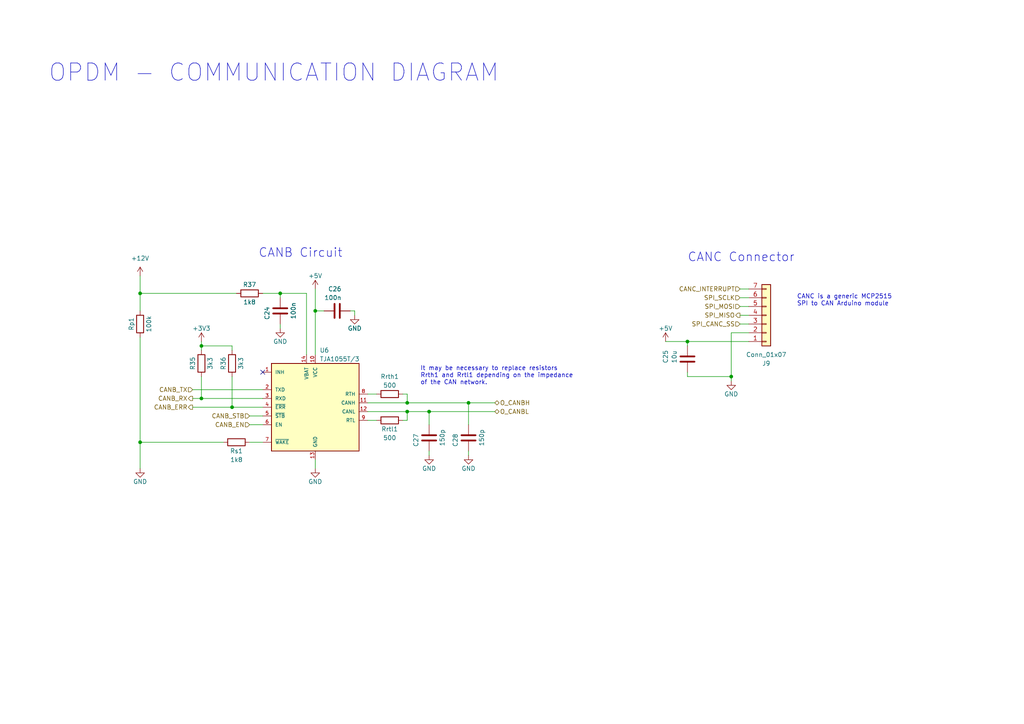
<source format=kicad_sch>
(kicad_sch (version 20211123) (generator eeschema)
  (paper "A4")
  (title_block (date "2023-05-23") (rev "Rev0.1") (company "Breno Niehues dos Santos"))
  (lib_symbols
    (symbol "Connector_Generic:Conn_01x07" (pin_names (offset 1.016) hide)
      (property "Reference" "J" (at 0 10.16 0))
      (property "Value" "Conn_01x07" (at 0 -10.16 0))
      (symbol "Conn_01x07_1_1"
        (rectangle (start -1.27 -7.493) (end 0 -7.747) (stroke (width 0.1524)))
        (rectangle (start -1.27 -4.953) (end 0 -5.207) (stroke (width 0.1524)))
        (rectangle (start -1.27 -2.413) (end 0 -2.667) (stroke (width 0.1524)))
        (rectangle (start -1.27 0.127) (end 0 -0.127) (stroke (width 0.1524)))
        (rectangle (start -1.27 2.667) (end 0 2.413) (stroke (width 0.1524)))
        (rectangle (start -1.27 5.207) (end 0 4.953) (stroke (width 0.1524)))
        (rectangle (start -1.27 7.747) (end 0 7.493) (stroke (width 0.1524)))
        (rectangle (start -1.27 8.89) (end 1.27 -8.89) (stroke (width 0.254)) (fill (type background)))
        (pin passive line (at -5.08 7.62 0) (length 3.81) (name "Pin_1") (number "1"))
        (pin passive line (at -5.08 5.08 0) (length 3.81) (name "Pin_2") (number "2"))
        (pin passive line (at -5.08 2.54 0) (length 3.81) (name "Pin_3") (number "3"))
        (pin passive line (at -5.08 0 0) (length 3.81) (name "Pin_4") (number "4"))
        (pin passive line (at -5.08 -2.54 0) (length 3.81) (name "Pin_5") (number "5"))
        (pin passive line (at -5.08 -5.08 0) (length 3.81) (name "Pin_6") (number "6"))
        (pin passive line (at -5.08 -7.62 0) (length 3.81) (name "Pin_7") (number "7"))
      )
    )
    (symbol "Device:C" (pin_numbers hide) (pin_names (offset 0.254))
      (property "Reference" "C" (at 0.635 2.54 0))
      (property "Value" "C" (at 0.635 -2.54 0))
      (symbol "C_0_1"
        (polyline (pts (xy -2.032 -0.762) (xy 2.032 -0.762)) (stroke (width 0.508)))
        (polyline (pts (xy -2.032 0.762) (xy 2.032 0.762)) (stroke (width 0.508)))
      )
      (symbol "C_1_1"
        (pin passive line (at 0 3.81 270) (length 2.794) (name "~") (number "1"))
        (pin passive line (at 0 -3.81 90) (length 2.794) (name "~") (number "2"))
      )
    )
    (symbol "Device:R" (pin_numbers hide) (pin_names (offset 0))
      (property "Reference" "R" (at 2.032 0 90))
      (property "Value" "R" (at 0 0 90))
      (symbol "R_0_1"
        (rectangle (start -1.016 -2.54) (end 1.016 2.54) (stroke (width 0.254)))
      )
      (symbol "R_1_1"
        (pin passive line (at 0 3.81 270) (length 1.27) (name "~") (number "1"))
        (pin passive line (at 0 -3.81 90) (length 1.27) (name "~") (number "2"))
      )
    )
    (symbol "TJA1055T:TJA1055T" (pin_names (offset 1.016))
      (property "Reference" "U?" (at 1.27 16.51 0))
      (property "Value" "TJA1055T" (at 1.27 13.97 0))
      (symbol "TJA1055T_0_0"
        (rectangle (start -12.7 -12.7) (end 12.7 12.7) (stroke (width 0.254)) (fill (type background)))
        (pin input line (at -15.24 10.16 0) (length 2.54) (name "INH") (number "1"))
        (pin power_in line (at 0 15.24 270) (length 2.54) (name "VCC") (number "10"))
        (pin bidirectional line (at 15.24 1.27 180) (length 2.54) (name "CANH") (number "11"))
        (pin bidirectional line (at 15.24 -1.27 180) (length 2.54) (name "CANL") (number "12"))
        (pin power_in line (at 0 -15.24 90) (length 2.54) (name "GND") (number "13"))
        (pin power_in line (at -2.54 15.24 270) (length 2.54) (name "VBAT") (number "14"))
        (pin output line (at -15.24 5.08 0) (length 2.54) (name "TXD") (number "2"))
        (pin bidirectional line (at -15.24 2.54 0) (length 2.54) (name "RXD") (number "3"))
        (pin output line (at -15.24 0 0) (length 2.54) (name "~{ERR}") (number "4"))
        (pin input line (at -15.24 -2.54 0) (length 2.54) (name "~{STB}") (number "5"))
        (pin input line (at -15.24 -5.08 0) (length 2.54) (name "EN") (number "6"))
        (pin input line (at -15.24 -10.16 0) (length 2.54) (name "~{WAKE}") (number "7"))
        (pin passive line (at 15.24 3.81 180) (length 2.54) (name "RTH") (number "8"))
        (pin passive line (at 15.24 -3.81 180) (length 2.54) (name "RTL") (number "9"))
      )
    )
    (symbol "power:+12V" (power) (pin_names (offset 0))
      (property "Value" "+12V" (at 0 3.556 0))
      (symbol "+12V_0_1"
        (polyline (pts (xy -0.762 1.27) (xy 0 2.54)))
        (polyline (pts (xy 0 0) (xy 0 2.54)))
        (polyline (pts (xy 0 2.54) (xy 0.762 1.27)))
      )
      (symbol "+12V_1_1"
        (pin power_in line (at 0 0 90) (length 0) hide (name "+12V") (number "1"))
      )
    )
    (symbol "power:+3V3" (power) (pin_names (offset 0))
      (property "Value" "+3V3" (at 0 3.556 0))
      (symbol "+3V3_0_1"
        (polyline (pts (xy -0.762 1.27) (xy 0 2.54)))
        (polyline (pts (xy 0 0) (xy 0 2.54)))
        (polyline (pts (xy 0 2.54) (xy 0.762 1.27)))
      )
      (symbol "+3V3_1_1"
        (pin power_in line (at 0 0 90) (length 0) hide (name "+3V3") (number "1"))
      )
    )
    (symbol "power:+5V" (power) (pin_names (offset 0))
      (property "Value" "+5V" (at 0 3.556 0))
      (symbol "+5V_0_1"
        (polyline (pts (xy -0.762 1.27) (xy 0 2.54)))
        (polyline (pts (xy 0 0) (xy 0 2.54)))
        (polyline (pts (xy 0 2.54) (xy 0.762 1.27)))
      )
      (symbol "+5V_1_1"
        (pin power_in line (at 0 0 90) (length 0) hide (name "+5V") (number "1"))
      )
    )
    (symbol "power:GND" (power) (pin_names (offset 0))
      (property "Value" "GND" (at 0 -3.81 0))
      (symbol "GND_0_1"
        (polyline (pts (xy 0 0) (xy 0 -1.27) (xy 1.27 -1.27) (xy 0 -2.54) (xy -1.27 -1.27) (xy 0 -1.27)))
      )
      (symbol "GND_1_1"
        (pin power_in line (at 0 0 270) (length 0) hide (name "GND") (number "1"))
      )
    )
  )
  (junction (at 40.64 85.09))
  (junction (at 124.46 119.38))
  (junction (at 91.44 90.17))
  (junction (at 58.42 100.33))
  (junction (at 199.39 99.06))
  (junction (at 212.09 109.22))
  (junction (at 81.28 85.09))
  (junction (at 67.31 118.11))
  (junction (at 135.89 116.84))
  (junction (at 118.11 119.38))
  (junction (at 40.64 128.27))
  (junction (at 118.11 116.84))
  (junction (at 58.42 115.57))
  (no_connect (at 76.2 107.95))
  (wire (pts (xy 67.31 118.11) (xy 76.2 118.11)))
  (wire (pts (xy 106.68 116.84) (xy 118.11 116.84)))
  (wire (pts (xy 212.09 96.52) (xy 212.09 109.22)))
  (wire (pts (xy 199.39 109.22) (xy 199.39 107.95)))
  (wire (pts (xy 72.39 123.19) (xy 76.2 123.19)))
  (wire (pts (xy 76.2 85.09) (xy 81.28 85.09)))
  (wire (pts (xy 67.31 101.6) (xy 67.31 100.33)))
  (wire (pts (xy 67.31 109.22) (xy 67.31 118.11)))
  (wire (pts (xy 81.28 85.09) (xy 81.28 86.36)))
  (wire (pts (xy 58.42 100.33) (xy 58.42 101.6)))
  (wire (pts (xy 40.64 80.01) (xy 40.64 85.09)))
  (wire (pts (xy 199.39 99.06) (xy 217.17 99.06)))
  (wire (pts (xy 118.11 116.84) (xy 135.89 116.84)))
  (wire (pts (xy 91.44 133.35) (xy 91.44 135.89)))
  (wire (pts (xy 118.11 119.38) (xy 124.46 119.38)))
  (wire (pts (xy 199.39 109.22) (xy 212.09 109.22)))
  (wire (pts (xy 102.87 90.17) (xy 102.87 91.44)))
  (wire (pts (xy 40.64 128.27) (xy 64.77 128.27)))
  (wire (pts (xy 135.89 116.84) (xy 143.51 116.84)))
  (wire (pts (xy 40.64 85.09) (xy 68.58 85.09)))
  (wire (pts (xy 106.68 119.38) (xy 118.11 119.38)))
  (wire (pts (xy 214.63 88.9) (xy 217.17 88.9)))
  (wire (pts (xy 124.46 119.38) (xy 143.51 119.38)))
  (wire (pts (xy 81.28 93.98) (xy 81.28 95.25)))
  (wire (pts (xy 91.44 83.82) (xy 91.44 90.17)))
  (wire (pts (xy 81.28 85.09) (xy 88.9 85.09)))
  (wire (pts (xy 217.17 96.52) (xy 212.09 96.52)))
  (wire (pts (xy 214.63 93.98) (xy 217.17 93.98)))
  (wire (pts (xy 118.11 114.3) (xy 118.11 116.84)))
  (wire (pts (xy 101.6 90.17) (xy 102.87 90.17)))
  (wire (pts (xy 116.84 114.3) (xy 118.11 114.3)))
  (wire (pts (xy 72.39 128.27) (xy 76.2 128.27)))
  (wire (pts (xy 124.46 130.81) (xy 124.46 132.08)))
  (wire (pts (xy 58.42 99.06) (xy 58.42 100.33)))
  (wire (pts (xy 214.63 83.82) (xy 217.17 83.82)))
  (wire (pts (xy 40.64 97.79) (xy 40.64 128.27)))
  (wire (pts (xy 91.44 90.17) (xy 93.98 90.17)))
  (wire (pts (xy 55.88 113.03) (xy 76.2 113.03)))
  (wire (pts (xy 40.64 128.27) (xy 40.64 135.89)))
  (wire (pts (xy 55.88 118.11) (xy 67.31 118.11)))
  (wire (pts (xy 40.64 85.09) (xy 40.64 90.17)))
  (wire (pts (xy 72.39 120.65) (xy 76.2 120.65)))
  (wire (pts (xy 91.44 90.17) (xy 91.44 102.87)))
  (wire (pts (xy 135.89 116.84) (xy 135.89 123.19)))
  (wire (pts (xy 55.88 115.57) (xy 58.42 115.57)))
  (wire (pts (xy 88.9 85.09) (xy 88.9 102.87)))
  (wire (pts (xy 58.42 115.57) (xy 76.2 115.57)))
  (wire (pts (xy 67.31 100.33) (xy 58.42 100.33)))
  (wire (pts (xy 106.68 114.3) (xy 109.22 114.3)))
  (wire (pts (xy 212.09 109.22) (xy 212.09 110.49)))
  (wire (pts (xy 58.42 109.22) (xy 58.42 115.57)))
  (wire (pts (xy 116.84 121.92) (xy 118.11 121.92)))
  (wire (pts (xy 118.11 121.92) (xy 118.11 119.38)))
  (wire (pts (xy 193.04 99.06) (xy 199.39 99.06)))
  (wire (pts (xy 106.68 121.92) (xy 109.22 121.92)))
  (wire (pts (xy 214.63 91.44) (xy 217.17 91.44)))
  (wire (pts (xy 217.17 86.36) (xy 214.63 86.36)))
  (wire (pts (xy 124.46 119.38) (xy 124.46 123.19)))
  (wire (pts (xy 135.89 130.81) (xy 135.89 132.08)))
  (wire (pts (xy 199.39 100.33) (xy 199.39 99.06)))
  (text "OPDM - COMMUNICATION DIAGRAM" (at 13.97 24.13 0) (effects (font (size 5 5)) (justify left bottom)))
  (text "CANB Circuit" (at 74.93 74.93 0) (effects (font (size 2.54 2.54)) (justify left bottom)))
  (text "CANC Connector" (at 199.39 76.2 0) (effects (font (size 2.54 2.54)) (justify left bottom)))
  (text "CANC is a generic MCP2515\nSPI to CAN Arduino module" (at 231.14 88.9 0) (effects (font (size 1.27 1.27)) (justify left bottom)))
  (text "It may be necessary to replace resistors\nRrth1 and Rrtl1 depending on the impedance\nof the CAN network." (at 121.92 111.76 0) (effects (font (size 1.27 1.27)) (justify left bottom)))
  (hierarchical_label "CANB_STB" (shape input) (at 72.39 120.65 180))
  (hierarchical_label "CANC_INTERRUPT" (shape input) (at 214.63 83.82 180))
  (hierarchical_label "O_CANBL" (shape bidirectional) (at 143.51 119.38 0))
  (hierarchical_label "SPI_MISO" (shape output) (at 214.63 91.44 180))
  (hierarchical_label "SPI_CANC_SS" (shape input) (at 214.63 93.98 180))
  (hierarchical_label "CANB_RX" (shape output) (at 55.88 115.57 180))
  (hierarchical_label "SPI_SCLK" (shape input) (at 214.63 86.36 180))
  (hierarchical_label "SPI_MOSI" (shape input) (at 214.63 88.9 180))
  (hierarchical_label "CANB_EN" (shape input) (at 72.39 123.19 180))
  (hierarchical_label "CANB_ERR" (shape output) (at 55.88 118.11 180))
  (hierarchical_label "CANB_TX" (shape input) (at 55.88 113.03 180))
  (hierarchical_label "O_CANBH" (shape bidirectional) (at 143.51 116.84 0))
  (symbol (lib_id "Connector_Generic:Conn_01x07") (at 222.25 91.44 0) (mirror x) (unit 1)
    (property "Reference" "J9" (at 222.25 105.41 0))
    (property "Value" "Conn_01x07" (at 222.25 102.87 0))
    (property "Footprint" "Connector_PinHeader_2.54mm:PinHeader_1x07_P2.54mm_Vertical_SMD_Pin1Left" (effects hide))
  )
  (symbol (lib_id "Device:R") (at 68.58 128.27 90) (unit 1)
    (property "Reference" "Rs1" (at 68.58 130.81 90))
    (property "Value" "1k8" (at 68.58 133.35 90))
    (property "Footprint" "Resistor_SMD:R_0805_2012Metric_Pad1.20x1.40mm_HandSolder" (effects hide))
  )
  (symbol (lib_id "power:GND") (at 91.44 135.89 0) (unit 1)
    (property "Reference" "#PWR036" (effects hide))
    (property "Value" "GND" (at 91.44 139.7 0))
  )
  (symbol (lib_id "power:GND") (at 212.09 110.49 0) (unit 1)
    (property "Reference" "#PWR037" (effects hide))
    (property "Value" "GND" (at 212.09 114.3 0))
  )
  (symbol (lib_id "power:GND") (at 81.28 95.25 0) (unit 1)
    (property "Reference" "#PWR033" (effects hide))
    (property "Value" "GND" (at 81.28 99.06 0))
  )
  (symbol (lib_id "Device:R") (at 40.64 93.98 180) (unit 1)
    (property "Reference" "Rp1" (at 38.1 93.98 90))
    (property "Value" "100k" (at 43.18 93.98 90))
    (property "Footprint" "Resistor_SMD:R_0805_2012Metric_Pad1.20x1.40mm_HandSolder" (effects hide))
  )
  (symbol (lib_id "Device:C") (at 124.46 127 180) (unit 1)
    (property "Reference" "C27" (at 120.65 125.73 90) (effects (justify left)))
    (property "Value" "150p" (at 128.27 124.46 90) (effects (justify left)))
    (property "Footprint" "Capacitor_SMD:C_0805_2012Metric_Pad1.18x1.45mm_HandSolder" (effects hide))
  )
  (symbol (lib_id "Device:R") (at 113.03 121.92 90) (unit 1)
    (property "Reference" "Rrtl1" (at 113.03 124.46 90))
    (property "Value" "500" (at 113.03 127 90))
    (property "Footprint" "Resistor_SMD:R_0805_2012Metric_Pad1.20x1.40mm_HandSolder" (effects hide))
  )
  (symbol (lib_id "Device:C") (at 135.89 127 180) (unit 1)
    (property "Reference" "C28" (at 132.08 125.73 90) (effects (justify left)))
    (property "Value" "150p" (at 139.7 124.46 90) (effects (justify left)))
    (property "Footprint" "Capacitor_SMD:C_0805_2012Metric_Pad1.18x1.45mm_HandSolder" (effects hide))
  )
  (symbol (lib_id "power:GND") (at 40.64 135.89 0) (unit 1)
    (property "Reference" "#PWR031" (effects hide))
    (property "Value" "GND" (at 40.64 139.7 0))
  )
  (symbol (lib_id "Device:R") (at 58.42 105.41 180) (unit 1)
    (property "Reference" "R35" (at 55.88 105.41 90))
    (property "Value" "3k3" (at 60.96 105.41 90))
    (property "Footprint" "Resistor_SMD:R_0805_2012Metric_Pad1.20x1.40mm_HandSolder" (effects hide))
  )
  (symbol (lib_id "power:+3V3") (at 58.42 99.06 0) (unit 1)
    (property "Reference" "#PWR032" (effects hide))
    (property "Value" "+3V3" (at 58.42 95.25 0))
  )
  (symbol (lib_id "Device:R") (at 67.31 105.41 180) (unit 1)
    (property "Reference" "R36" (at 64.77 105.41 90))
    (property "Value" "3k3" (at 69.85 105.41 90))
    (property "Footprint" "Resistor_SMD:R_0805_2012Metric_Pad1.20x1.40mm_HandSolder" (effects hide))
  )
  (symbol (lib_id "Device:R") (at 72.39 85.09 90) (unit 1)
    (property "Reference" "R37" (at 72.39 82.55 90))
    (property "Value" "1k8" (at 72.39 87.63 90))
    (property "Footprint" "Resistor_SMD:R_0805_2012Metric_Pad1.20x1.40mm_HandSolder" (effects hide))
  )
  (symbol (lib_id "power:+5V") (at 91.44 83.82 0) (unit 1)
    (property "Reference" "#PWR035" (effects hide))
    (property "Value" "+5V" (at 91.44 80.01 0))
  )
  (symbol (lib_id "power:GND") (at 135.89 132.08 0) (unit 1)
    (property "Reference" "#PWR040" (effects hide))
    (property "Value" "GND" (at 135.89 135.89 0))
  )
  (symbol (lib_id "Device:C") (at 97.79 90.17 90) (unit 1)
    (property "Reference" "C26" (at 99.06 83.82 90) (effects (justify left)))
    (property "Value" "100n" (at 99.06 86.36 90) (effects (justify left)))
    (property "Footprint" "Capacitor_SMD:C_0805_2012Metric_Pad1.18x1.45mm_HandSolder" (effects hide))
  )
  (symbol (lib_id "Device:R") (at 113.03 114.3 90) (unit 1)
    (property "Reference" "Rrth1" (at 113.03 109.22 90))
    (property "Value" "500" (at 113.03 111.76 90))
    (property "Footprint" "Resistor_SMD:R_0805_2012Metric_Pad1.20x1.40mm_HandSolder" (effects hide))
  )
  (symbol (lib_id "power:+5V") (at 193.04 99.06 0) (unit 1)
    (property "Reference" "#PWR034" (effects hide))
    (property "Value" "+5V" (at 193.04 95.25 0))
  )
  (symbol (lib_id "Device:C") (at 199.39 104.14 0) (mirror y) (unit 1)
    (property "Reference" "C25" (at 193.04 105.41 90) (effects (justify left)))
    (property "Value" "10u" (at 195.58 105.41 90) (effects (justify left)))
    (property "Footprint" "Capacitor_SMD:C_0805_2012Metric_Pad1.18x1.45mm_HandSolder" (effects hide))
  )
  (symbol (lib_id "power:GND") (at 124.46 132.08 0) (unit 1)
    (property "Reference" "#PWR039" (effects hide))
    (property "Value" "GND" (at 124.46 135.89 0))
  )
  (symbol (lib_id "TJA1055T:TJA1055T") (at 91.44 118.11 0) (unit 1)
    (property "Reference" "U6" (at 92.71 101.6 0) (effects (justify left)))
    (property "Value" "TJA1055T/3" (at 92.71 104.14 0) (effects (justify left)))
    (property "Footprint" "Package_SO:SOIC-14_3.9x8.7mm_P1.27mm" (effects hide))
  )
  (symbol (lib_id "power:GND") (at 102.87 91.44 0) (unit 1)
    (property "Reference" "#PWR038" (effects hide))
    (property "Value" "GND" (at 102.87 95.25 0))
  )
  (symbol (lib_id "Device:C") (at 81.28 90.17 180) (unit 1)
    (property "Reference" "C24" (at 77.47 88.9 90) (effects (justify left)))
    (property "Value" "100n" (at 85.09 87.63 90) (effects (justify left)))
    (property "Footprint" "Capacitor_SMD:C_0805_2012Metric_Pad1.18x1.45mm_HandSolder" (effects hide))
  )
  (symbol (lib_id "power:+12V") (at 40.64 80.01 0) (unit 1)
    (property "Reference" "#PWR030" (effects hide))
    (property "Value" "+12V" (at 40.64 74.93 0))
  )
)
</source>
